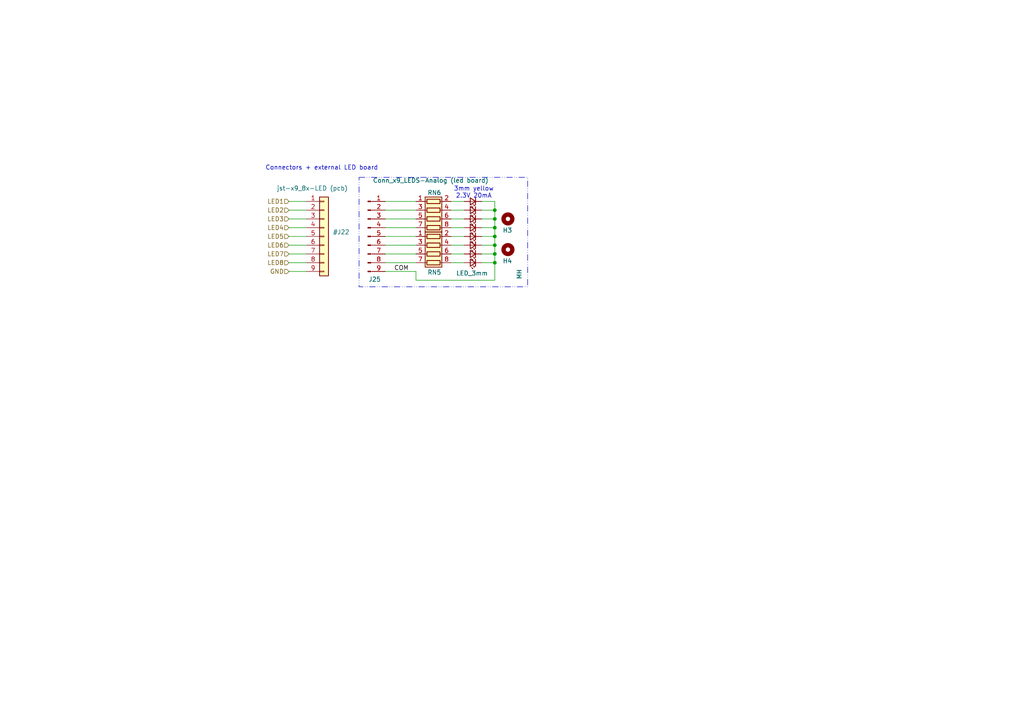
<source format=kicad_sch>
(kicad_sch (version 20231120) (generator "eeschema") (generator_version "8.0")
  (paper "A4")
  (lib_symbols
    (symbol "Connector:Conn_01x09_Pin" (pin_names (offset 1.016) hide)
      (property "Reference" "J" (at 0 12.7 0))
      (property "Value" "Conn_01x09_Pin" (at 0 -12.7 0))
      (symbol "Conn_01x09_Pin_1_1"
        (polyline (pts (xy 1.27 -10.16) (xy 0.8636 -10.16)) (stroke (width 0.1524)))
        (polyline (pts (xy 1.27 -7.62) (xy 0.8636 -7.62)) (stroke (width 0.1524)))
        (polyline (pts (xy 1.27 -5.08) (xy 0.8636 -5.08)) (stroke (width 0.1524)))
        (polyline (pts (xy 1.27 -2.54) (xy 0.8636 -2.54)) (stroke (width 0.1524)))
        (polyline (pts (xy 1.27 0) (xy 0.8636 0)) (stroke (width 0.1524)))
        (polyline (pts (xy 1.27 2.54) (xy 0.8636 2.54)) (stroke (width 0.1524)))
        (polyline (pts (xy 1.27 5.08) (xy 0.8636 5.08)) (stroke (width 0.1524)))
        (polyline (pts (xy 1.27 7.62) (xy 0.8636 7.62)) (stroke (width 0.1524)))
        (polyline (pts (xy 1.27 10.16) (xy 0.8636 10.16)) (stroke (width 0.1524)))
        (rectangle (start 0.8636 -10.033) (end 0 -10.287) (stroke (width 0.1524)) (fill (type outline)))
        (rectangle (start 0.8636 -7.493) (end 0 -7.747) (stroke (width 0.1524)) (fill (type outline)))
        (rectangle (start 0.8636 -4.953) (end 0 -5.207) (stroke (width 0.1524)) (fill (type outline)))
        (rectangle (start 0.8636 -2.413) (end 0 -2.667) (stroke (width 0.1524)) (fill (type outline)))
        (rectangle (start 0.8636 0.127) (end 0 -0.127) (stroke (width 0.1524)) (fill (type outline)))
        (rectangle (start 0.8636 2.667) (end 0 2.413) (stroke (width 0.1524)) (fill (type outline)))
        (rectangle (start 0.8636 5.207) (end 0 4.953) (stroke (width 0.1524)) (fill (type outline)))
        (rectangle (start 0.8636 7.747) (end 0 7.493) (stroke (width 0.1524)) (fill (type outline)))
        (rectangle (start 0.8636 10.287) (end 0 10.033) (stroke (width 0.1524)) (fill (type outline)))
        (pin passive line (at 5.08 10.16 180) (length 3.81) (name "Pin_1") (number "1"))
        (pin passive line (at 5.08 7.62 180) (length 3.81) (name "Pin_2") (number "2"))
        (pin passive line (at 5.08 5.08 180) (length 3.81) (name "Pin_3") (number "3"))
        (pin passive line (at 5.08 2.54 180) (length 3.81) (name "Pin_4") (number "4"))
        (pin passive line (at 5.08 0 180) (length 3.81) (name "Pin_5") (number "5"))
        (pin passive line (at 5.08 -2.54 180) (length 3.81) (name "Pin_6") (number "6"))
        (pin passive line (at 5.08 -5.08 180) (length 3.81) (name "Pin_7") (number "7"))
        (pin passive line (at 5.08 -7.62 180) (length 3.81) (name "Pin_8") (number "8"))
        (pin passive line (at 5.08 -10.16 180) (length 3.81) (name "Pin_9") (number "9"))
      )
    )
    (symbol "Connector_Generic:Conn_01x09" (pin_names (offset 1.016) hide)
      (property "Reference" "J" (at 0 12.7 0))
      (property "Value" "Conn_01x09" (at 0 -12.7 0))
      (symbol "Conn_01x09_1_1"
        (rectangle (start -1.27 -10.033) (end 0 -10.287) (stroke (width 0.1524)))
        (rectangle (start -1.27 -7.493) (end 0 -7.747) (stroke (width 0.1524)))
        (rectangle (start -1.27 -4.953) (end 0 -5.207) (stroke (width 0.1524)))
        (rectangle (start -1.27 -2.413) (end 0 -2.667) (stroke (width 0.1524)))
        (rectangle (start -1.27 0.127) (end 0 -0.127) (stroke (width 0.1524)))
        (rectangle (start -1.27 2.667) (end 0 2.413) (stroke (width 0.1524)))
        (rectangle (start -1.27 5.207) (end 0 4.953) (stroke (width 0.1524)))
        (rectangle (start -1.27 7.747) (end 0 7.493) (stroke (width 0.1524)))
        (rectangle (start -1.27 10.287) (end 0 10.033) (stroke (width 0.1524)))
        (rectangle (start -1.27 11.43) (end 1.27 -11.43) (stroke (width 0.254)) (fill (type background)))
        (pin passive line (at -5.08 10.16 0) (length 3.81) (name "Pin_1") (number "1"))
        (pin passive line (at -5.08 7.62 0) (length 3.81) (name "Pin_2") (number "2"))
        (pin passive line (at -5.08 5.08 0) (length 3.81) (name "Pin_3") (number "3"))
        (pin passive line (at -5.08 2.54 0) (length 3.81) (name "Pin_4") (number "4"))
        (pin passive line (at -5.08 0 0) (length 3.81) (name "Pin_5") (number "5"))
        (pin passive line (at -5.08 -2.54 0) (length 3.81) (name "Pin_6") (number "6"))
        (pin passive line (at -5.08 -5.08 0) (length 3.81) (name "Pin_7") (number "7"))
        (pin passive line (at -5.08 -7.62 0) (length 3.81) (name "Pin_8") (number "8"))
        (pin passive line (at -5.08 -10.16 0) (length 3.81) (name "Pin_9") (number "9"))
      )
    )
    (symbol "Device:LED_Small" (pin_numbers hide) (pin_names (offset 0.254) hide)
      (property "Reference" "D" (at -1.27 3.175 0))
      (property "Value" "LED_Small" (at -4.445 -2.54 0))
      (symbol "LED_Small_0_1"
        (polyline (pts (xy -0.762 -1.016) (xy -0.762 1.016)) (stroke (width 0.254)))
        (polyline (pts (xy 1.016 0) (xy -0.762 0)))
        (polyline (pts (xy 0.762 -1.016) (xy -0.762 0) (xy 0.762 1.016) (xy 0.762 -1.016)) (stroke (width 0.254)))
        (polyline (pts (xy 0 0.762) (xy -0.508 1.27) (xy -0.254 1.27) (xy -0.508 1.27) (xy -0.508 1.016)))
        (polyline (pts (xy 0.508 1.27) (xy 0 1.778) (xy 0.254 1.778) (xy 0 1.778) (xy 0 1.524)))
      )
      (symbol "LED_Small_1_1"
        (pin passive line (at -2.54 0 0) (length 1.778) (name "K") (number "1"))
        (pin passive line (at 2.54 0 180) (length 1.778) (name "A") (number "2"))
      )
    )
    (symbol "Mechanical:MountingHole" (pin_names (offset 1.016)) (exclude_from_sim yes) (in_bom no)
      (property "Reference" "H" (at 0 5.08 0))
      (property "Value" "MountingHole" (at 0 3.175 0))
      (symbol "MountingHole_0_1"
        (circle (center 0 0) (radius 1.27) (stroke (width 1.27)))
      )
    )
    (symbol "custom-symbols:R_Pack04-Parallel-SIL" (pin_names (offset 0) hide)
      (property "Reference" "RN" (at -7.62 0 90))
      (property "Value" "R_Pack04-Parallel-SIL" (at 5.08 0 90))
      (symbol "R_Pack04-Parallel-SIL_0_1"
        (rectangle (start -6.35 -2.413) (end 3.81 2.413) (stroke (width 0.254)) (fill (type background)))
        (rectangle (start -5.715 1.905) (end -4.445 -1.905) (stroke (width 0.254)))
        (rectangle (start -3.175 1.905) (end -1.905 -1.905) (stroke (width 0.254)))
        (rectangle (start -0.635 1.905) (end 0.635 -1.905) (stroke (width 0.254)))
        (polyline (pts (xy -5.08 -2.54) (xy -5.08 -1.905)))
        (polyline (pts (xy -5.08 1.905) (xy -5.08 2.54)))
        (polyline (pts (xy -2.54 -2.54) (xy -2.54 -1.905)))
        (polyline (pts (xy -2.54 1.905) (xy -2.54 2.54)))
        (polyline (pts (xy 0 -2.54) (xy 0 -1.905)))
        (polyline (pts (xy 0 1.905) (xy 0 2.54)))
        (polyline (pts (xy 2.54 -2.54) (xy 2.54 -1.905)))
        (polyline (pts (xy 2.54 1.905) (xy 2.54 2.54)))
        (rectangle (start 1.905 1.905) (end 3.175 -1.905) (stroke (width 0.254)))
      )
      (symbol "R_Pack04-Parallel-SIL_1_1"
        (pin passive line (at -5.08 -5.08 90) (length 2.54) (name "R1.1") (number "1"))
        (pin passive line (at -5.08 5.08 270) (length 2.54) (name "R1.2") (number "2"))
        (pin passive line (at -2.54 -5.08 90) (length 2.54) (name "R2.1") (number "3"))
        (pin passive line (at -2.54 5.08 270) (length 2.54) (name "R2.2") (number "4"))
        (pin passive line (at 0 -5.08 90) (length 2.54) (name "R3.1") (number "5"))
        (pin passive line (at 0 5.08 270) (length 2.54) (name "R3.2") (number "6"))
        (pin passive line (at 2.54 -5.08 90) (length 2.54) (name "R4.1") (number "7"))
        (pin passive line (at 2.54 5.08 270) (length 2.54) (name "R4.2") (number "8"))
      )
    )
  )
  (junction (at 143.51 71.12))
  (junction (at 143.51 60.96))
  (junction (at 143.51 73.66))
  (junction (at 143.51 68.58))
  (junction (at 143.51 63.5))
  (junction (at 143.51 76.2))
  (junction (at 143.51 66.04))
  (wire (pts (xy 130.81 63.5) (xy 134.62 63.5)))
  (wire (pts (xy 130.81 73.66) (xy 134.62 73.66)))
  (wire (pts (xy 130.81 71.12) (xy 134.62 71.12)))
  (wire (pts (xy 83.82 66.04) (xy 88.9 66.04)))
  (wire (pts (xy 130.81 60.96) (xy 134.62 60.96)))
  (wire (pts (xy 143.51 73.66) (xy 143.51 71.12)))
  (wire (pts (xy 143.51 68.58) (xy 143.51 66.04)))
  (wire (pts (xy 130.81 68.58) (xy 134.62 68.58)))
  (wire (pts (xy 143.51 60.96) (xy 143.51 58.42)))
  (wire (pts (xy 111.76 73.66) (xy 120.65 73.66)))
  (wire (pts (xy 143.51 66.04) (xy 143.51 63.5)))
  (wire (pts (xy 139.7 66.04) (xy 143.51 66.04)))
  (wire (pts (xy 139.7 71.12) (xy 143.51 71.12)))
  (wire (pts (xy 83.82 63.5) (xy 88.9 63.5)))
  (wire (pts (xy 143.51 76.2) (xy 143.51 73.66)))
  (wire (pts (xy 139.7 60.96) (xy 143.51 60.96)))
  (wire (pts (xy 83.82 73.66) (xy 88.9 73.66)))
  (wire (pts (xy 111.76 78.74) (xy 120.65 78.74)))
  (wire (pts (xy 111.76 71.12) (xy 120.65 71.12)))
  (wire (pts (xy 111.76 60.96) (xy 120.65 60.96)))
  (wire (pts (xy 130.81 76.2) (xy 134.62 76.2)))
  (wire (pts (xy 143.51 71.12) (xy 143.51 68.58)))
  (wire (pts (xy 83.82 76.2) (xy 88.9 76.2)))
  (wire (pts (xy 83.82 68.58) (xy 88.9 68.58)))
  (wire (pts (xy 111.76 58.42) (xy 120.65 58.42)))
  (wire (pts (xy 143.51 58.42) (xy 139.7 58.42)))
  (wire (pts (xy 130.81 58.42) (xy 134.62 58.42)))
  (wire (pts (xy 83.82 78.74) (xy 88.9 78.74)))
  (wire (pts (xy 139.7 76.2) (xy 143.51 76.2)))
  (wire (pts (xy 83.82 60.96) (xy 88.9 60.96)))
  (wire (pts (xy 139.7 63.5) (xy 143.51 63.5)))
  (wire (pts (xy 143.51 76.2) (xy 143.51 81.28)))
  (wire (pts (xy 139.7 68.58) (xy 143.51 68.58)))
  (wire (pts (xy 83.82 58.42) (xy 88.9 58.42)))
  (wire (pts (xy 139.7 73.66) (xy 143.51 73.66)))
  (wire (pts (xy 111.76 76.2) (xy 120.65 76.2)))
  (wire (pts (xy 111.76 68.58) (xy 120.65 68.58)))
  (wire (pts (xy 83.82 71.12) (xy 88.9 71.12)))
  (wire (pts (xy 143.51 63.5) (xy 143.51 60.96)))
  (wire (pts (xy 111.76 66.04) (xy 120.65 66.04)))
  (wire (pts (xy 111.76 63.5) (xy 120.65 63.5)))
  (wire (pts (xy 143.51 81.28) (xy 120.65 81.28)))
  (wire (pts (xy 120.65 81.28) (xy 120.65 78.74)))
  (wire (pts (xy 130.81 66.04) (xy 134.62 66.04)))
  (rectangle (start 104.14 51.435) (end 153.035 83.185) (stroke (width 0) (type dash_dot_dot)))
  (text "3mm yellow\n2.3V 20mA" (at 137.414 55.88 0) (effects (font (size 1.27 1.27))))
  (text "Connectors + external LED board" (at 76.962 48.768 0) (effects (font (size 1.27 1.27)) (justify left)))
  (label "COM" (at 114.3 78.74 0))
  (hierarchical_label "LED8" (shape input) (at 83.82 76.2 180))
  (hierarchical_label "LED4" (shape input) (at 83.82 66.04 180))
  (hierarchical_label "GND" (shape input) (at 83.82 78.74 180))
  (hierarchical_label "LED5" (shape input) (at 83.82 68.58 180))
  (hierarchical_label "LED6" (shape input) (at 83.82 71.12 180))
  (hierarchical_label "LED2" (shape input) (at 83.82 60.96 180))
  (hierarchical_label "LED7" (shape input) (at 83.82 73.66 180))
  (hierarchical_label "LED3" (shape input) (at 83.82 63.5 180))
  (hierarchical_label "LED1" (shape input) (at 83.82 58.42 180))
  (symbol (lib_id "Device:LED_Small") (at 137.16 60.96 180) (unit 1)
    (property "Reference" "D8" (effects (hide yes)))
    (property "Value" "LED_3mm" (effects (hide yes)))
    (property "Footprint" "LED_THT:LED_D3.0mm_IRGrey" (effects (hide yes)))
    (property "Datasheet" "https://www.conrad.de/de/p/tru-components-1577458-led-bedrahtet-gelb-rund-3-mm-275-mcd-60-20-ma-1577458.html" (effects (hide yes)))
    (property "Description" "Light emitting diode, small symbol" (effects (hide yes)))
  )
  (symbol (lib_id "custom-symbols:R_Pack04-Parallel-SIL") (at 125.73 73.66 270) (unit 1)
    (property "Reference" "RN6" (at 125.984 55.88 90))
    (property "Value" "R_Pack04_27R" (effects (hide yes)))
    (property "Footprint" "Resistor_THT:R_Array_SIP8" (effects (hide yes)))
    (property "Datasheet" "https://www.reichelt.com/be/en/shop/product/resistor_network_4res_8pin_27_ohm-168596" (effects (hide yes)))
    (property "Description" "4 resistor network, parallel topology" (effects (hide yes)))
  )
  (symbol (lib_id "Mechanical:MountingHole") (at 147.32 72.39 0) (unit 1) (exclude_from_sim yes) (in_bom no)
    (property "Reference" "H4" (at 145.796 75.692 0) (effects (justify left)))
    (property "Value" "MH" (effects (hide yes)))
    (property "Footprint" "MountingHole:MountingHole_2mm" (effects (hide yes)))
    (property "Description" "Mounting Hole without connection" (effects (hide yes)))
  )
  (symbol (lib_id "Device:LED_Small") (at 137.16 63.5 180) (unit 1)
    (property "Reference" "D10" (effects (hide yes)))
    (property "Value" "LED_3mm" (effects (hide yes)))
    (property "Footprint" "LED_THT:LED_D3.0mm_IRGrey" (effects (hide yes)))
    (property "Datasheet" "https://www.conrad.de/de/p/tru-components-1577458-led-bedrahtet-gelb-rund-3-mm-275-mcd-60-20-ma-1577458.html" (effects (hide yes)))
    (property "Description" "Light emitting diode, small symbol" (effects (hide yes)))
  )
  (symbol (lib_id "Device:LED_Small") (at 137.16 68.58 180) (unit 1)
    (property "Reference" "D17" (effects (hide yes)))
    (property "Value" "LED_3mm" (effects (hide yes)))
    (property "Footprint" "LED_THT:LED_D3.0mm_IRGrey" (effects (hide yes)))
    (property "Datasheet" "https://www.conrad.de/de/p/tru-components-1577458-led-bedrahtet-gelb-rund-3-mm-275-mcd-60-20-ma-1577458.html" (effects (hide yes)))
    (property "Description" "Light emitting diode, small symbol" (effects (hide yes)))
  )
  (symbol (lib_id "Mechanical:MountingHole") (at 147.32 63.5 0) (unit 1) (exclude_from_sim yes) (in_bom no)
    (property "Reference" "H3" (at 145.796 66.802 0) (effects (justify left)))
    (property "Value" "MH" (at 150.622 81.026 90) (effects (justify left)))
    (property "Footprint" "MountingHole:MountingHole_2mm" (effects (hide yes)))
    (property "Description" "Mounting Hole without connection" (effects (hide yes)))
  )
  (symbol (lib_id "Connector:Conn_01x09_Pin") (at 106.68 68.58 0) (unit 1)
    (property "Reference" "J25" (at 110.49 81.026 0) (effects (justify right)))
    (property "Value" "Conn_x9_LEDS-Analog (led board)" (at 141.732 52.324 0) (effects (justify right)))
    (property "Footprint" "Connector_PinHeader_2.54mm:PinHeader_1x09_P2.54mm_Vertical" (effects (hide yes)))
    (property "Description" "Generic connector, single row, 01x09, script generated" (effects (hide yes)))
  )
  (symbol (lib_id "Device:LED_Small") (at 137.16 76.2 180) (unit 1)
    (property "Reference" "D27" (effects (hide yes)))
    (property "Value" "LED_3mm" (at 136.906 79.248 0))
    (property "Footprint" "LED_THT:LED_D3.0mm_IRGrey" (effects (hide yes)))
    (property "Datasheet" "https://www.conrad.de/de/p/tru-components-1577379-led-bedrahtet-rot-rund-3-mm-125-mcd-60-20-ma-1577379.html" (effects (hide yes)))
    (property "Description" "Light emitting diode, small symbol" (effects (hide yes)))
  )
  (symbol (lib_id "Connector_Generic:Conn_01x09") (at 93.98 68.58 0) (unit 1)
    (property "Reference" "#J22" (at 96.52 67.3099 0) (effects (justify left)))
    (property "Value" "jst-x9_8x-LED (pcb)" (at 80.264 54.61 0) (effects (justify left)))
    (property "Footprint" "Connector_JST:JST_XH_B9B-XH-A_1x09_P2.50mm_Vertical" (effects (hide yes)))
    (property "Datasheet" "https://www.ebay.de/itm/183466543983" (effects (hide yes)))
    (property "Description" "Generic connector, single row, 01x09, script generated (kicad-library-utils/schlib/autogen/connector/)" (effects (hide yes)))
  )
  (symbol (lib_id "Device:LED_Small") (at 137.16 66.04 180) (unit 1)
    (property "Reference" "D15" (effects (hide yes)))
    (property "Value" "LED_3mm" (effects (hide yes)))
    (property "Footprint" "LED_THT:LED_D3.0mm_IRGrey" (effects (hide yes)))
    (property "Datasheet" "https://www.conrad.de/de/p/tru-components-1577458-led-bedrahtet-gelb-rund-3-mm-275-mcd-60-20-ma-1577458.html" (effects (hide yes)))
    (property "Description" "Light emitting diode, small symbol" (effects (hide yes)))
  )
  (symbol (lib_id "Device:LED_Small") (at 137.16 73.66 180) (unit 1)
    (property "Reference" "D26" (effects (hide yes)))
    (property "Value" "LED_3mm" (effects (hide yes)))
    (property "Footprint" "LED_THT:LED_D3.0mm_IRGrey" (effects (hide yes)))
    (property "Datasheet" "https://www.conrad.de/de/p/tru-components-1577458-led-bedrahtet-gelb-rund-3-mm-275-mcd-60-20-ma-1577458.html" (effects (hide yes)))
    (property "Description" "Light emitting diode, small symbol" (effects (hide yes)))
  )
  (symbol (lib_id "Device:LED_Small") (at 137.16 58.42 180) (unit 1)
    (property "Reference" "D7" (effects (hide yes)))
    (property "Value" "LED_3mm" (effects (hide yes)))
    (property "Footprint" "LED_THT:LED_D3.0mm_IRGrey" (effects (hide yes)))
    (property "Datasheet" "https://www.conrad.de/de/p/tru-components-1577458-led-bedrahtet-gelb-rund-3-mm-275-mcd-60-20-ma-1577458.html" (effects (hide yes)))
    (property "Description" "Light emitting diode, small symbol" (effects (hide yes)))
  )
  (symbol (lib_id "custom-symbols:R_Pack04-Parallel-SIL") (at 125.73 63.5 270) (unit 1)
    (property "Reference" "RN5" (at 125.984 78.994 90))
    (property "Value" "R_Pack04_27R" (effects (hide yes)))
    (property "Footprint" "Resistor_THT:R_Array_SIP8" (effects (hide yes)))
    (property "Datasheet" "https://www.reichelt.com/be/en/shop/product/resistor_network_4res_8pin_27_ohm-168596" (effects (hide yes)))
    (property "Description" "4 resistor network, parallel topology" (effects (hide yes)))
  )
  (symbol (lib_id "Device:LED_Small") (at 137.16 71.12 180) (unit 1)
    (property "Reference" "D23" (effects (hide yes)))
    (property "Value" "LED_3mm" (effects (hide yes)))
    (property "Footprint" "LED_THT:LED_D3.0mm_IRGrey" (effects (hide yes)))
    (property "Datasheet" "https://www.conrad.de/de/p/tru-components-1577458-led-bedrahtet-gelb-rund-3-mm-275-mcd-60-20-ma-1577458.html" (effects (hide yes)))
    (property "Description" "Light emitting diode, small symbol" (effects (hide yes)))
  )
)
</source>
